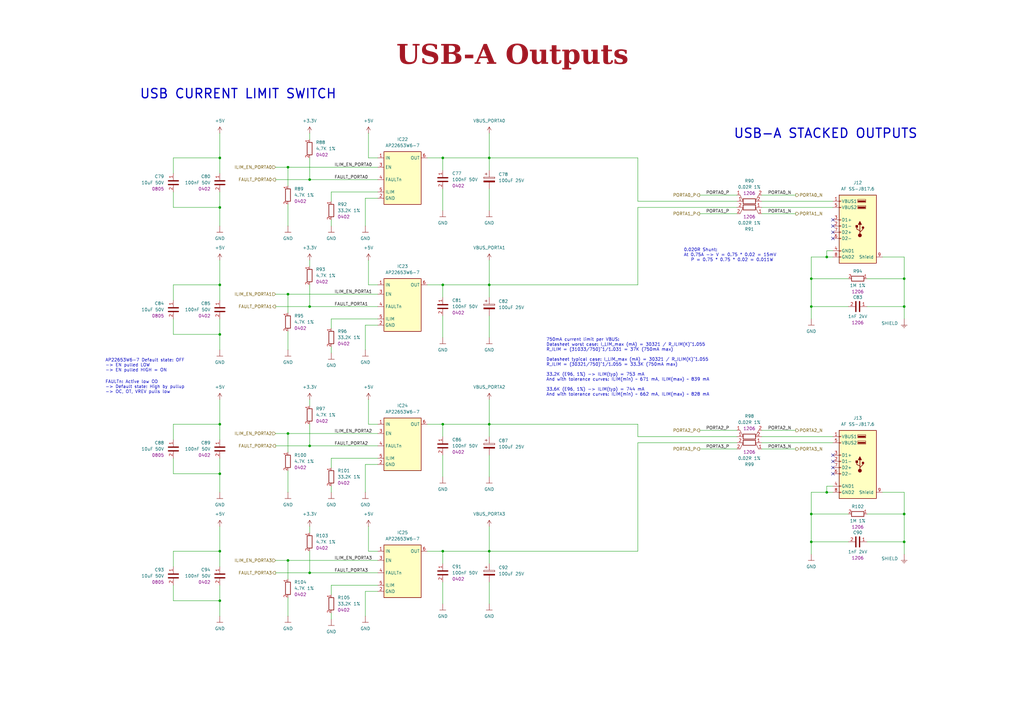
<source format=kicad_sch>
(kicad_sch (version 20250114) (generator "eeschema") (generator_version "9.0")
  (paper "A3")
  (title_block (title "USB-A Outputs") (date "2026-02-05") (rev "1.0.0") (company "DvidMakesThings"))
  (text "AP22653W6-7 Default state: OFF\n-> EN pulled LOW \n-> EN pulled HIGH = ON" (at 43.18 149.86 0) (effects (font (size 1.27 1.27)) (justify left)))
  (text "0.020R Shunt:\nAt 0.75A -> V = 0.75 * 0.02 = 15mV\n   P = 0.75 * 0.75 * 0.02 = 0.011W" (at 280.416 104.648 0) (effects (font (size 1.27 1.27)) (justify left)))
  (text "750mA current limit per VBUS:\nDatasheet worst case: I_LIM_max (mA) = 30321 / R_ILIM(K)^1.055\nR_ILIM = (31033/750)^1/1.031 = 37K (750mA max)\n\nDatasheet typical case: I_LIM_max (mA) = 30321 / R_ILIM(K)^1.055\nR_ILIM = (30321/750)^1/1.055 = 33.3K (750mA max)\n\n33.2K (E96, 1%) -> ILIM(typ) = 753 mA\nAnd with tolerance curves: ILIM(min) ~ 671 mA, ILIM(max) ~ 839 mA\n\n33.6K (E96, 1%) -> ILIM(typ) = 744 mA\nAnd with tolerance curves: ILIM(min) ~ 662 mA, ILIM(max) ~ 828 mA" (at 224.028 150.622 0) (effects (font (size 1.27 1.27)) (justify left)))
  (text "USB CURRENT LIMIT SWITCH" (at 57.15 38.608 0) (effects (font (size 3.81 3.81) (thickness 0.508) (bold yes)) (justify left)))
  (text "USB-A STACKED OUTPUTS" (at 300.736 54.864 0) (effects (font (size 3.81 3.81) (thickness 0.508) (bold yes)) (justify left)))
  (text "FAULTn: Active low OD\n-> Default state: High by pullup\n-> OC, OT, VREV pulls low" (at 43.18 158.75 0) (effects (font (size 1.27 1.27)) (justify left)))
  (text_box "USB-A Outputs" (at 12.7 16.51 0) (size 394.97 12.7) (margins 5.9999 5.9999 5.9999 5.9999) (stroke (width -0.0001)) (effects (font (size 8 8) (thickness 1.2) (bold yes))))
  (junction (at 200.66 173.99))
  (junction (at 332.74 114.3))
  (junction (at 200.66 116.84))
  (junction (at 90.17 246.38))
  (junction (at 181.61 226.06))
  (junction (at 332.74 210.82))
  (junction (at 118.11 68.58))
  (junction (at 118.11 177.8))
  (junction (at 370.84 114.3))
  (junction (at 90.17 173.99))
  (junction (at 90.17 64.77))
  (junction (at 370.84 222.25))
  (junction (at 332.74 125.73))
  (junction (at 200.66 226.06))
  (junction (at 118.11 120.65))
  (junction (at 181.61 64.77))
  (junction (at 127 182.88))
  (junction (at 90.17 137.16))
  (junction (at 200.66 64.77))
  (junction (at 181.61 116.84))
  (junction (at 370.84 210.82))
  (junction (at 90.17 226.06))
  (junction (at 370.84 125.73))
  (junction (at 118.11 229.87))
  (junction (at 90.17 194.31))
  (junction (at 127 73.66))
  (junction (at 90.17 85.09))
  (junction (at 339.09 201.93))
  (junction (at 181.61 173.99))
  (junction (at 339.09 105.41))
  (junction (at 90.17 116.84))
  (junction (at 127 234.95))
  (junction (at 332.74 222.25))
  (junction (at 127 125.73))
  (no_connect (at 341.63 194.31))
  (no_connect (at 341.63 90.17))
  (no_connect (at 341.63 97.79))
  (no_connect (at 341.63 92.71))
  (no_connect (at 341.63 186.69))
  (no_connect (at 341.63 191.77))
  (no_connect (at 341.63 189.23))
  (no_connect (at 341.63 95.25))
  (wire (pts (xy 71.12 240.03) (xy 71.12 246.38)))
  (wire (pts (xy 312.42 181.61) (xy 341.63 181.61)))
  (wire (pts (xy 90.17 116.84) (xy 90.17 123.19)))
  (wire (pts (xy 135.89 254) (xy 135.89 251.46)))
  (wire (pts (xy 332.74 105.41) (xy 332.74 114.3)))
  (wire (pts (xy 181.61 226.06) (xy 200.66 226.06)))
  (wire (pts (xy 287.02 176.53) (xy 302.26 176.53)))
  (wire (pts (xy 312.42 80.01) (xy 326.39 80.01)))
  (wire (pts (xy 118.11 83.82) (xy 118.11 92.71)))
  (wire (pts (xy 154.94 226.06) (xy 151.13 226.06)))
  (wire (pts (xy 370.84 210.82) (xy 370.84 222.25)))
  (wire (pts (xy 181.61 116.84) (xy 181.61 121.92)))
  (wire (pts (xy 341.63 105.41) (xy 339.09 105.41)))
  (wire (pts (xy 312.42 184.15) (xy 326.39 184.15)))
  (wire (pts (xy 135.89 240.03) (xy 135.89 243.84)))
  (wire (pts (xy 200.66 226.06) (xy 200.66 215.9)))
  (wire (pts (xy 370.84 125.73) (xy 370.84 130.81)))
  (wire (pts (xy 200.66 86.36) (xy 200.66 77.47)))
  (wire (pts (xy 127 163.83) (xy 127 166.37)))
  (wire (pts (xy 200.66 195.58) (xy 200.66 186.69)))
  (wire (pts (xy 135.89 187.96) (xy 135.89 191.77)))
  (wire (pts (xy 118.11 245.11) (xy 118.11 252.73)))
  (wire (pts (xy 175.26 173.99) (xy 181.61 173.99)))
  (wire (pts (xy 151.13 173.99) (xy 151.13 163.83)))
  (wire (pts (xy 71.12 85.09) (xy 90.17 85.09)))
  (wire (pts (xy 71.12 64.77) (xy 90.17 64.77)))
  (wire (pts (xy 90.17 143.51) (xy 90.17 137.16)))
  (wire (pts (xy 200.66 64.77) (xy 200.66 69.85)))
  (wire (pts (xy 154.94 130.81) (xy 135.89 130.81)))
  (wire (pts (xy 370.84 222.25) (xy 355.6 222.25)))
  (wire (pts (xy 149.86 190.5) (xy 149.86 201.93)))
  (wire (pts (xy 181.61 173.99) (xy 181.61 179.07)))
  (wire (pts (xy 200.66 247.65) (xy 200.66 238.76)))
  (wire (pts (xy 71.12 246.38) (xy 90.17 246.38)))
  (wire (pts (xy 154.94 187.96) (xy 135.89 187.96)))
  (wire (pts (xy 261.62 179.07) (xy 302.26 179.07)))
  (wire (pts (xy 200.66 173.99) (xy 200.66 179.07)))
  (wire (pts (xy 261.62 179.07) (xy 261.62 173.99)))
  (wire (pts (xy 261.62 116.84) (xy 200.66 116.84)))
  (wire (pts (xy 71.12 180.34) (xy 71.12 173.99)))
  (wire (pts (xy 332.74 222.25) (xy 332.74 227.33)))
  (wire (pts (xy 347.98 222.25) (xy 332.74 222.25)))
  (wire (pts (xy 71.12 71.12) (xy 71.12 64.77)))
  (wire (pts (xy 135.89 130.81) (xy 135.89 134.62)))
  (wire (pts (xy 151.13 64.77) (xy 151.13 54.61)))
  (wire (pts (xy 154.94 78.74) (xy 135.89 78.74)))
  (wire (pts (xy 361.95 105.41) (xy 370.84 105.41)))
  (wire (pts (xy 118.11 193.04) (xy 118.11 201.93)))
  (wire (pts (xy 261.62 82.55) (xy 302.26 82.55)))
  (wire (pts (xy 151.13 116.84) (xy 151.13 106.68)))
  (wire (pts (xy 118.11 229.87) (xy 154.94 229.87)))
  (wire (pts (xy 200.66 116.84) (xy 200.66 121.92)))
  (wire (pts (xy 71.12 194.31) (xy 90.17 194.31)))
  (wire (pts (xy 181.61 138.43) (xy 181.61 129.54)))
  (wire (pts (xy 261.62 173.99) (xy 200.66 173.99)))
  (wire (pts (xy 90.17 215.9) (xy 90.17 226.06)))
  (wire (pts (xy 154.94 133.35) (xy 149.86 133.35)))
  (wire (pts (xy 287.02 80.01) (xy 302.26 80.01)))
  (wire (pts (xy 113.03 182.88) (xy 127 182.88)))
  (wire (pts (xy 181.61 86.36) (xy 181.61 77.47)))
  (wire (pts (xy 200.66 116.84) (xy 200.66 106.68)))
  (wire (pts (xy 347.98 210.82) (xy 332.74 210.82)))
  (wire (pts (xy 127 54.61) (xy 127 57.15)))
  (wire (pts (xy 370.84 125.73) (xy 355.6 125.73)))
  (wire (pts (xy 90.17 201.93) (xy 90.17 194.31)))
  (wire (pts (xy 113.03 229.87) (xy 118.11 229.87)))
  (wire (pts (xy 287.02 87.63) (xy 302.26 87.63)))
  (wire (pts (xy 261.62 85.09) (xy 302.26 85.09)))
  (wire (pts (xy 181.61 64.77) (xy 181.61 69.85)))
  (wire (pts (xy 200.66 226.06) (xy 200.66 231.14)))
  (wire (pts (xy 71.12 130.81) (xy 71.12 137.16)))
  (wire (pts (xy 175.26 226.06) (xy 181.61 226.06)))
  (wire (pts (xy 71.12 226.06) (xy 90.17 226.06)))
  (wire (pts (xy 127 215.9) (xy 127 218.44)))
  (wire (pts (xy 287.02 184.15) (xy 302.26 184.15)))
  (wire (pts (xy 370.84 114.3) (xy 370.84 125.73)))
  (wire (pts (xy 118.11 177.8) (xy 154.94 177.8)))
  (wire (pts (xy 347.98 125.73) (xy 332.74 125.73)))
  (wire (pts (xy 90.17 226.06) (xy 90.17 232.41)))
  (wire (pts (xy 151.13 226.06) (xy 151.13 215.9)))
  (wire (pts (xy 370.84 105.41) (xy 370.84 114.3)))
  (wire (pts (xy 127 125.73) (xy 154.94 125.73)))
  (wire (pts (xy 181.61 226.06) (xy 181.61 231.14)))
  (wire (pts (xy 361.95 201.93) (xy 370.84 201.93)))
  (wire (pts (xy 90.17 173.99) (xy 90.17 180.34)))
  (wire (pts (xy 154.94 242.57) (xy 149.86 242.57)))
  (wire (pts (xy 181.61 64.77) (xy 200.66 64.77)))
  (wire (pts (xy 127 73.66) (xy 154.94 73.66)))
  (wire (pts (xy 113.03 234.95) (xy 127 234.95)))
  (wire (pts (xy 154.94 64.77) (xy 151.13 64.77)))
  (wire (pts (xy 339.09 201.93) (xy 332.74 201.93)))
  (wire (pts (xy 341.63 201.93) (xy 339.09 201.93)))
  (wire (pts (xy 154.94 173.99) (xy 151.13 173.99)))
  (wire (pts (xy 127 64.77) (xy 127 73.66)))
  (wire (pts (xy 339.09 105.41) (xy 332.74 105.41)))
  (wire (pts (xy 135.89 201.93) (xy 135.89 199.39)))
  (wire (pts (xy 339.09 199.39) (xy 339.09 201.93)))
  (wire (pts (xy 127 106.68) (xy 127 109.22)))
  (wire (pts (xy 71.12 187.96) (xy 71.12 194.31)))
  (wire (pts (xy 181.61 195.58) (xy 181.61 186.69)))
  (wire (pts (xy 118.11 135.89) (xy 118.11 143.51)))
  (wire (pts (xy 71.12 173.99) (xy 90.17 173.99)))
  (wire (pts (xy 118.11 229.87) (xy 118.11 237.49)))
  (wire (pts (xy 261.62 85.09) (xy 261.62 116.84)))
  (wire (pts (xy 71.12 137.16) (xy 90.17 137.16)))
  (wire (pts (xy 127 182.88) (xy 154.94 182.88)))
  (wire (pts (xy 261.62 82.55) (xy 261.62 64.77)))
  (wire (pts (xy 118.11 68.58) (xy 118.11 76.2)))
  (wire (pts (xy 113.03 73.66) (xy 127 73.66)))
  (wire (pts (xy 135.89 78.74) (xy 135.89 82.55)))
  (wire (pts (xy 332.74 210.82) (xy 332.74 222.25)))
  (wire (pts (xy 181.61 173.99) (xy 200.66 173.99)))
  (wire (pts (xy 90.17 163.83) (xy 90.17 173.99)))
  (wire (pts (xy 332.74 114.3) (xy 332.74 125.73)))
  (wire (pts (xy 370.84 201.93) (xy 370.84 210.82)))
  (wire (pts (xy 261.62 181.61) (xy 302.26 181.61)))
  (wire (pts (xy 332.74 125.73) (xy 332.74 130.81)))
  (wire (pts (xy 312.42 85.09) (xy 341.63 85.09)))
  (wire (pts (xy 127 234.95) (xy 154.94 234.95)))
  (wire (pts (xy 312.42 176.53) (xy 326.39 176.53)))
  (wire (pts (xy 154.94 240.03) (xy 135.89 240.03)))
  (wire (pts (xy 332.74 201.93) (xy 332.74 210.82)))
  (wire (pts (xy 90.17 92.71) (xy 90.17 85.09)))
  (wire (pts (xy 71.12 123.19) (xy 71.12 116.84)))
  (wire (pts (xy 200.66 138.43) (xy 200.66 129.54)))
  (wire (pts (xy 181.61 247.65) (xy 181.61 238.76)))
  (wire (pts (xy 90.17 246.38) (xy 90.17 240.03)))
  (wire (pts (xy 149.86 133.35) (xy 149.86 143.51)))
  (wire (pts (xy 149.86 81.28) (xy 149.86 92.71)))
  (wire (pts (xy 90.17 137.16) (xy 90.17 130.81)))
  (wire (pts (xy 261.62 64.77) (xy 200.66 64.77)))
  (wire (pts (xy 181.61 116.84) (xy 200.66 116.84)))
  (wire (pts (xy 71.12 232.41) (xy 71.12 226.06)))
  (wire (pts (xy 341.63 199.39) (xy 339.09 199.39)))
  (wire (pts (xy 370.84 114.3) (xy 355.6 114.3)))
  (wire (pts (xy 90.17 194.31) (xy 90.17 187.96)))
  (wire (pts (xy 154.94 190.5) (xy 149.86 190.5)))
  (wire (pts (xy 370.84 222.25) (xy 370.84 227.33)))
  (wire (pts (xy 312.42 82.55) (xy 341.63 82.55)))
  (wire (pts (xy 261.62 226.06) (xy 200.66 226.06)))
  (wire (pts (xy 127 173.99) (xy 127 182.88)))
  (wire (pts (xy 127 116.84) (xy 127 125.73)))
  (wire (pts (xy 90.17 64.77) (xy 90.17 71.12)))
  (wire (pts (xy 175.26 64.77) (xy 181.61 64.77)))
  (wire (pts (xy 135.89 92.71) (xy 135.89 90.17)))
  (wire (pts (xy 113.03 125.73) (xy 127 125.73)))
  (wire (pts (xy 90.17 54.61) (xy 90.17 64.77)))
  (wire (pts (xy 312.42 179.07) (xy 341.63 179.07)))
  (wire (pts (xy 118.11 120.65) (xy 154.94 120.65)))
  (wire (pts (xy 71.12 116.84) (xy 90.17 116.84)))
  (wire (pts (xy 118.11 120.65) (xy 118.11 128.27)))
  (wire (pts (xy 113.03 68.58) (xy 118.11 68.58)))
  (wire (pts (xy 154.94 116.84) (xy 151.13 116.84)))
  (wire (pts (xy 154.94 81.28) (xy 149.86 81.28)))
  (wire (pts (xy 90.17 252.73) (xy 90.17 246.38)))
  (wire (pts (xy 175.26 116.84) (xy 181.61 116.84)))
  (wire (pts (xy 149.86 242.57) (xy 149.86 252.73)))
  (wire (pts (xy 370.84 210.82) (xy 355.6 210.82)))
  (wire (pts (xy 90.17 85.09) (xy 90.17 78.74)))
  (wire (pts (xy 71.12 78.74) (xy 71.12 85.09)))
  (wire (pts (xy 339.09 102.87) (xy 339.09 105.41)))
  (wire (pts (xy 200.66 64.77) (xy 200.66 54.61)))
  (wire (pts (xy 118.11 177.8) (xy 118.11 185.42)))
  (wire (pts (xy 113.03 177.8) (xy 118.11 177.8)))
  (wire (pts (xy 113.03 120.65) (xy 118.11 120.65)))
  (wire (pts (xy 341.63 102.87) (xy 339.09 102.87)))
  (wire (pts (xy 90.17 106.68) (xy 90.17 116.84)))
  (wire (pts (xy 135.89 144.78) (xy 135.89 142.24)))
  (wire (pts (xy 118.11 68.58) (xy 154.94 68.58)))
  (wire (pts (xy 261.62 181.61) (xy 261.62 226.06)))
  (wire (pts (xy 347.98 114.3) (xy 332.74 114.3)))
  (wire (pts (xy 200.66 173.99) (xy 200.66 163.83)))
  (wire (pts (xy 312.42 87.63) (xy 326.39 87.63)))
  (wire (pts (xy 127 226.06) (xy 127 234.95)))
  (label "ILIM_EN_PORTA1" (at 137.16 120.65 0))
  (label "PORTA3_N" (at 314.96 184.15 0))
  (label "PORTA1_P" (at 289.56 87.63 0))
  (label "FAULT_PORTA2" (at 137.16 182.88 0))
  (label "PORTA2_P" (at 289.56 176.53 0))
  (label "PORTA1_N" (at 314.96 87.63 0))
  (label "PORTA0_P" (at 289.56 80.01 0))
  (label "FAULT_PORTA1" (at 137.16 125.73 0))
  (label "FAULT_PORTA0" (at 137.16 73.66 0))
  (label "FAULT_PORTA3" (at 137.16 234.95 0))
  (label "PORTA0_N" (at 314.96 80.01 0))
  (label "PORTA3_P" (at 289.56 184.15 0))
  (label "PORTA2_N" (at 314.96 176.53 0))
  (label "ILIM_EN_PORTA2" (at 137.16 177.8 0))
  (label "ILIM_EN_PORTA0" (at 137.16 68.58 0))
  (label "ILIM_EN_PORTA3" (at 137.16 229.87 0))
  (hierarchical_label "PORTA3_N" (shape output) (at 326.39 184.15 0))
  (hierarchical_label "FAULT_PORTA0" (shape output) (at 113.03 73.66 180))
  (hierarchical_label "ILIM_EN_PORTA0" (shape input) (at 113.03 68.58 180))
  (hierarchical_label "FAULT_PORTA3" (shape output) (at 113.03 234.95 180))
  (hierarchical_label "ILIM_EN_PORTA1" (shape input) (at 113.03 120.65 180))
  (hierarchical_label "FAULT_PORTA2" (shape output) (at 113.03 182.88 180))
  (hierarchical_label "PORTA1_N" (shape output) (at 326.39 87.63 0))
  (hierarchical_label "PORTA2_P" (shape output) (at 287.02 176.53 180))
  (hierarchical_label "ILIM_EN_PORTA2" (shape input) (at 113.03 177.8 180))
  (hierarchical_label "PORTA2_N" (shape output) (at 326.39 176.53 0))
  (hierarchical_label "FAULT_PORTA1" (shape output) (at 113.03 125.73 180))
  (hierarchical_label "ILIM_EN_PORTA3" (shape input) (at 113.03 229.87 180))
  (hierarchical_label "PORTA1_P" (shape output) (at 287.02 87.63 180))
  (hierarchical_label "PORTA0_N" (shape output) (at 326.39 80.01 0))
  (hierarchical_label "PORTA0_P" (shape output) (at 287.02 80.01 180))
  (hierarchical_label "PORTA3_P" (shape output) (at 287.02 184.15 180))
  (symbol (lib_id "power:+5V") (at 151.13 163.83 0) (unit 1)
    (property "Reference" "#PWR0249" (effects (hide yes)))
    (property "Value" "+5V" (at 151.13 158.75 0))
    (property "Description" "Power symbol creates a global label with name \"+5V\"" (effects (hide yes)))
  )
  (symbol (lib_id "DS_Resistor_0402:4.7K 1% 0402") (at 118.11 189.23 0) (unit 1)
    (property "Reference" "R100" (at 120.65 186.6899 0) (effects (justify left)))
    (property "Value" "4.7K 1%" (at 120.65 189.2299 0) (effects (justify left)))
    (property "Footprint" "Resistor_SMD:R_0402_1005Metric" (effects (hide yes)))
    (property "Description" "62.5mW Thick Film Resistors 50V ±100ppm/℃ ±1% 4.7kΩ 0402 Chip Resistor - Surface Mount ROHS" (effects (hide yes)))
    (property "LCSC_PART" "C25900" (effects (hide yes)))
    (property "ROHS" "YES" (effects (hide yes)))
    (property "FOOTPRINT_SHORT" "0402" (at 120.65 191.7699 0) (effects (justify left)))
  )
  (symbol (lib_name "0.02R 1% 1206_3") (lib_id "DS_Resistor_1206:0.02R 1% 1206") (at 307.34 181.61 270) (mirror x) (unit 1)
    (property "Reference" "R99" (at 307.34 190.5 90))
    (property "Value" "0.02R 1%" (at 307.34 187.96 90))
    (property "Footprint" "Resistor_SMD:R_1206_3216Metric" (effects (hide yes)))
    (property "Datasheet" "https://jlcpcb.com/api/file/downloadByFileSystemAccessId/8589941403372855296" (effects (hide yes)))
    (property "Description" "20mΩ 250mW ±1% ±75ppm/°C 1206 Chip Resistor - Surface Mount ROHS" (effects (hide yes)))
    (property "LCSC_PART" "C844895" (effects (hide yes)))
    (property "ROHS" "YES" (effects (hide yes)))
    (property "FOOTPRINT_SHORT" "1206" (at 307.34 185.42 90))
    (property "MFR" "Vishay " (effects (hide yes)))
    (property "MPN" "WSL1206R0200FEA" (effects (hide yes)))
  )
  (symbol (lib_id "DS_Resistor_0402:4.7K 1% 0402") (at 127 170.18 0) (unit 1)
    (property "Reference" "R97" (at 129.54 167.6399 0) (effects (justify left)))
    (property "Value" "4.7K 1%" (at 129.54 170.1799 0) (effects (justify left)))
    (property "Footprint" "Resistor_SMD:R_0402_1005Metric" (effects (hide yes)))
    (property "Description" "62.5mW Thick Film Resistors 50V ±100ppm/℃ ±1% 4.7kΩ 0402 Chip Resistor - Surface Mount ROHS" (effects (hide yes)))
    (property "LCSC_PART" "C25900" (effects (hide yes)))
    (property "ROHS" "YES" (effects (hide yes)))
    (property "FOOTPRINT_SHORT" "0402" (at 129.54 172.7199 0) (effects (justify left)))
  )
  (symbol (lib_id "DS_Resistor_0402:4.7K 1% 0402") (at 118.11 132.08 0) (unit 1)
    (property "Reference" "R95" (at 120.65 129.5399 0) (effects (justify left)))
    (property "Value" "4.7K 1%" (at 120.65 132.0799 0) (effects (justify left)))
    (property "Footprint" "Resistor_SMD:R_0402_1005Metric" (effects (hide yes)))
    (property "Description" "62.5mW Thick Film Resistors 50V ±100ppm/℃ ±1% 4.7kΩ 0402 Chip Resistor - Surface Mount ROHS" (effects (hide yes)))
    (property "LCSC_PART" "C25900" (effects (hide yes)))
    (property "ROHS" "YES" (effects (hide yes)))
    (property "FOOTPRINT_SHORT" "0402" (at 120.65 134.6199 0) (effects (justify left)))
  )
  (symbol (lib_name "0.02R 1% 1206_2") (lib_id "DS_Resistor_1206:0.02R 1% 1206") (at 307.34 179.07 90) (mirror x) (unit 1)
    (property "Reference" "R98" (at 307.34 170.688 90))
    (property "Value" "0.02R 1%" (at 307.34 173.228 90))
    (property "Footprint" "Resistor_SMD:R_1206_3216Metric" (effects (hide yes)))
    (property "Datasheet" "https://jlcpcb.com/api/file/downloadByFileSystemAccessId/8589941403372855296" (effects (hide yes)))
    (property "Description" "20mΩ 250mW ±1% ±75ppm/°C 1206 Chip Resistor - Surface Mount ROHS" (effects (hide yes)))
    (property "LCSC_PART" "C844895" (effects (hide yes)))
    (property "ROHS" "YES" (effects (hide yes)))
    (property "FOOTPRINT_SHORT" "1206" (at 307.34 175.768 90))
    (property "MFR" "Vishay " (effects (hide yes)))
    (property "MPN" "WSL1206R0200FEA" (effects (hide yes)))
  )
  (symbol (lib_id "DS_Capacitor_0402:100nF 50V 0402") (at 181.61 182.88 0) (unit 1)
    (property "Reference" "C86" (at 185.42 180.3399 0) (effects (justify left)))
    (property "Value" "100nF 50V" (at 185.42 182.8799 0) (effects (justify left)))
    (property "Footprint" "Capacitor_SMD:C_0402_1005Metric" (effects (hide yes)))
    (property "Description" "50V 100nF X7R ±10% 0402 Multilayer Ceramic Capacitors MLCC - SMD/SMT ROHS" (effects (hide yes)))
    (property "FOOTPRINT_SHORT" "0402" (at 185.42 185.4199 0) (effects (justify left)))
    (property "ROHS" "YES" (effects (hide yes)))
    (property "LCSC_PART" "C307331" (effects (hide yes)))
  )
  (symbol (lib_id "DS_Supply:GND") (at 200.66 195.58 0) (unit 1)
    (property "Reference" "#PWR0252" (effects (hide yes)))
    (property "Value" "GND" (at 200.66 200.66 0))
    (property "Description" "Power symbol creates a global label with name \"GND\" , ground" (effects (hide yes)))
  )
  (symbol (lib_id "power:+5V") (at 90.17 54.61 0) (unit 1)
    (property "Reference" "#PWR0226" (effects (hide yes)))
    (property "Value" "+5V" (at 90.17 49.53 0))
    (property "Description" "Power symbol creates a global label with name \"+5V\"" (effects (hide yes)))
  )
  (symbol (lib_id "power:VBUS") (at 200.66 215.9 0) (unit 1)
    (property "Reference" "#PWR0260" (effects (hide yes)))
    (property "Value" "VBUS_PORTA3" (at 200.66 210.82 0))
    (property "Description" "Power symbol creates a global label with name \"VBUS\"" (effects (hide yes)))
  )
  (symbol (lib_id "DS_Supply:GND") (at 135.89 92.71 0) (unit 1)
    (property "Reference" "#PWR0234" (effects (hide yes)))
    (property "Value" "GND" (at 135.89 97.79 0))
    (property "Description" "Power symbol creates a global label with name \"GND\" , ground" (effects (hide yes)))
  )
  (symbol (lib_id "power:VBUS") (at 200.66 163.83 0) (unit 1)
    (property "Reference" "#PWR0250" (effects (hide yes)))
    (property "Value" "VBUS_PORTA2" (at 200.66 158.75 0))
    (property "Description" "Power symbol creates a global label with name \"VBUS\"" (effects (hide yes)))
  )
  (symbol (lib_id "DS_Supply:GND") (at 90.17 92.71 0) (unit 1)
    (property "Reference" "#PWR0232" (effects (hide yes)))
    (property "Value" "GND" (at 90.17 97.79 0))
    (property "Description" "Power symbol creates a global label with name \"GND\" , ground" (effects (hide yes)))
  )
  (symbol (lib_id "DS_Peripherals:AP22653W6") (at 165.1 72.39 0) (unit 1)
    (property "Reference" "IC22" (at 165.1 57.15 0))
    (property "Value" "AP22653W6-7" (at 165.1 59.69 0))
    (property "Footprint" "DS_Peripherals:SOT-23-6" (effects (hide yes)))
    (property "Datasheet" "https://www.diodes.com/assets/Datasheets/AP22652_53_52A_53A.pdf" (effects (hide yes)))
    (property "Description" "Active High High Side Switch Short-Circuit Protection(SCP)、Over Voltage Protection、Undervoltage Protection(UVP)、Overcurrent Protection(OCP)、Overtemperature protection (OTP) SOT-26 Power Distribution Switches ROHS" (effects (hide yes)))
    (property "MPN" "AP22653W6-7" (effects (hide yes)))
    (property "MFR" "Diodes Incorporated" (effects (hide yes)))
    (property "ROHS" "YES" (effects (hide yes)))
    (property "LCSC_PART" "C2158037" (effects (hide yes)))
    (property "DIST1" "https://www.digikey.at/en/products/detail/diodes-incorporated/AP22653W6-7/10481162?s=N4IgTCBcDaIIIAUxgGwFYDMB1FBaA7CALoC%2BQA" (effects (hide yes)))
  )
  (symbol (lib_id "DS_Capacitor_0402:100nF 50V 0402") (at 90.17 127 0) (mirror y) (unit 1)
    (property "Reference" "C85" (at 86.36 124.4599 0) (effects (justify left)))
    (property "Value" "100nF 50V" (at 86.36 126.9999 0) (effects (justify left)))
    (property "Footprint" "Capacitor_SMD:C_0402_1005Metric" (effects (hide yes)))
    (property "Description" "50V 100nF X7R ±10% 0402 Multilayer Ceramic Capacitors MLCC - SMD/SMT ROHS" (effects (hide yes)))
    (property "FOOTPRINT_SHORT" "0402" (at 86.36 129.5399 0) (effects (justify left)))
    (property "ROHS" "YES" (effects (hide yes)))
    (property "LCSC_PART" "C307331" (effects (hide yes)))
  )
  (symbol (lib_id "DS_Supply:GND") (at 149.86 201.93 0) (unit 1)
    (property "Reference" "#PWR0256" (effects (hide yes)))
    (property "Value" "GND" (at 149.86 207.01 0))
    (property "Description" "Power symbol creates a global label with name \"GND\" , ground" (effects (hide yes)))
  )
  (symbol (lib_id "DS_Supply:SHIELD") (at 370.84 228.6 0) (mirror y) (unit 1) (in_bom no) (on_board no)
    (property "Reference" "#SHIELD04" (effects (hide yes)))
    (property "Value" "SHIELD" (at 368.3 229.1079 0) (effects (justify left)))
    (property "Description" "Power symbol creates a global label with name \"SHIELD\"" (effects (hide yes)))
  )
  (symbol (lib_id "power:+5V") (at 151.13 106.68 0) (unit 1)
    (property "Reference" "#PWR0238" (effects (hide yes)))
    (property "Value" "+5V" (at 151.13 101.6 0))
    (property "Description" "Power symbol creates a global label with name \"+5V\"" (effects (hide yes)))
  )
  (symbol (lib_id "DS_Supply:GND") (at 118.11 252.73 0) (unit 1)
    (property "Reference" "#PWR0265" (effects (hide yes)))
    (property "Value" "GND" (at 118.11 257.81 0))
    (property "Description" "Power symbol creates a global label with name \"GND\" , ground" (effects (hide yes)))
  )
  (symbol (lib_id "DS_Peripherals:AP22653W6") (at 165.1 181.61 0) (unit 1)
    (property "Reference" "IC24" (at 165.1 166.37 0))
    (property "Value" "AP22653W6-7" (at 165.1 168.91 0))
    (property "Footprint" "DS_Peripherals:SOT-23-6" (effects (hide yes)))
    (property "Datasheet" "https://www.diodes.com/assets/Datasheets/AP22652_53_52A_53A.pdf" (effects (hide yes)))
    (property "Description" "Active High High Side Switch Short-Circuit Protection(SCP)、Over Voltage Protection、Undervoltage Protection(UVP)、Overcurrent Protection(OCP)、Overtemperature protection (OTP) SOT-26 Power Distribution Switches ROHS" (effects (hide yes)))
    (property "MPN" "AP22653W6-7" (effects (hide yes)))
    (property "MFR" "Diodes Incorporated" (effects (hide yes)))
    (property "ROHS" "YES" (effects (hide yes)))
    (property "LCSC_PART" "C2158037" (effects (hide yes)))
    (property "DIST1" "https://www.digikey.at/en/products/detail/diodes-incorporated/AP22653W6-7/10481162?s=N4IgTCBcDaIIIAUxgGwFYDMB1FBaA7CALoC%2BQA" (effects (hide yes)))
  )
  (symbol (lib_id "DS_Supply:GND") (at 181.61 138.43 0) (unit 1)
    (property "Reference" "#PWR0241" (effects (hide yes)))
    (property "Value" "GND" (at 181.61 143.51 0))
    (property "Description" "Power symbol creates a global label with name \"GND\" , ground" (effects (hide yes)))
  )
  (symbol (lib_id "power:+3.3V") (at 127 106.68 0) (unit 1)
    (property "Reference" "#PWR0237" (effects (hide yes)))
    (property "Value" "+3.3V" (at 127 101.6 0))
    (property "Description" "Power symbol creates a global label with name \"+3.3V\"" (effects (hide yes)))
  )
  (symbol (lib_id "DS_Supply:GND") (at 118.11 201.93 0) (unit 1)
    (property "Reference" "#PWR0254" (effects (hide yes)))
    (property "Value" "GND" (at 118.11 207.01 0))
    (property "Description" "Power symbol creates a global label with name \"GND\" , ground" (effects (hide yes)))
  )
  (symbol (lib_id "DS_Supply:GND") (at 200.66 86.36 0) (unit 1)
    (property "Reference" "#PWR0231" (effects (hide yes)))
    (property "Value" "GND" (at 200.66 91.44 0))
    (property "Description" "Power symbol creates a global label with name \"GND\" , ground" (effects (hide yes)))
  )
  (symbol (lib_id "DS_Capacitor_0402:100nF 50V 0402") (at 181.61 125.73 0) (unit 1)
    (property "Reference" "C81" (at 185.42 123.1899 0) (effects (justify left)))
    (property "Value" "100nF 50V" (at 185.42 125.7299 0) (effects (justify left)))
    (property "Footprint" "Capacitor_SMD:C_0402_1005Metric" (effects (hide yes)))
    (property "Description" "50V 100nF X7R ±10% 0402 Multilayer Ceramic Capacitors MLCC - SMD/SMT ROHS" (effects (hide yes)))
    (property "FOOTPRINT_SHORT" "0402" (at 185.42 128.2699 0) (effects (justify left)))
    (property "ROHS" "YES" (effects (hide yes)))
    (property "LCSC_PART" "C307331" (effects (hide yes)))
  )
  (symbol (lib_id "DS_Resistor_0402:33.2K 1% 0402") (at 135.89 195.58 0) (unit 1)
    (property "Reference" "R101" (at 138.43 193.0399 0) (effects (justify left)))
    (property "Value" "33.2K 1%" (at 138.43 195.5799 0) (effects (justify left)))
    (property "Footprint" "Resistor_SMD:R_0402_1005Metric" (effects (hide yes)))
    (property "Datasheet" "https://jlcpcb.com/api/file/downloadByFileSystemAccessId/8588946345579458560" (effects (hide yes)))
    (property "Description" "33.2kΩ 50V 62.5mW Thick Film Resistor ±1% ±100ppm/°C 0402 Chip Resistor - Surface Mount ROHS" (effects (hide yes)))
    (property "LCSC_PART" "C324836" (effects (hide yes)))
    (property "ROHS" "YES" (effects (hide yes)))
    (property "FOOTPRINT_SHORT" "0402" (at 138.43 198.1199 0) (effects (justify left)))
    (property "MFR" "FH " (effects (hide yes)))
    (property "MPN" "RC-02K3322FT" (effects (hide yes)))
  )
  (symbol (lib_id "DS_Capacitor_0805:10uF 50V 0805") (at 71.12 74.93 0) (unit 1)
    (property "Reference" "C79" (at 67.31 72.3899 0) (effects (justify right)))
    (property "Value" "10uF 50V" (at 67.31 74.9299 0) (effects (justify right)))
    (property "Footprint" "Capacitor_SMD:C_0805_2012Metric" (effects (hide yes)))
    (property "Description" "50V 10uF X5R ±10% 0805 Multilayer Ceramic Capacitors MLCC - SMD/SMT ROHS" (effects (hide yes)))
    (property "FOOTPRINT_SHORT" "0805" (at 67.31 77.4699 0) (effects (justify right)))
    (property "ROHS" "YES" (effects (hide yes)))
    (property "LCSC_PART" "C440198" (effects (hide yes)))
  )
  (symbol (lib_id "DS_Peripherals:AP22653W6") (at 165.1 233.68 0) (unit 1)
    (property "Reference" "IC25" (at 165.1 218.44 0))
    (property "Value" "AP22653W6-7" (at 165.1 220.98 0))
    (property "Footprint" "DS_Peripherals:SOT-23-6" (effects (hide yes)))
    (property "Datasheet" "https://www.diodes.com/assets/Datasheets/AP22652_53_52A_53A.pdf" (effects (hide yes)))
    (property "Description" "Active High High Side Switch Short-Circuit Protection(SCP)、Over Voltage Protection、Undervoltage Protection(UVP)、Overcurrent Protection(OCP)、Overtemperature protection (OTP) SOT-26 Power Distribution Switches ROHS" (effects (hide yes)))
    (property "MPN" "AP22653W6-7" (effects (hide yes)))
    (property "MFR" "Diodes Incorporated" (effects (hide yes)))
    (property "ROHS" "YES" (effects (hide yes)))
    (property "LCSC_PART" "C2158037" (effects (hide yes)))
    (property "DIST1" "https://www.digikey.at/en/products/detail/diodes-incorporated/AP22653W6-7/10481162?s=N4IgTCBcDaIIIAUxgGwFYDMB1FBaA7CALoC%2BQA" (effects (hide yes)))
  )
  (symbol (lib_id "DS_Capacitor_ELKO:100uF 25V") (at 200.66 125.73 0) (unit 1)
    (property "Reference" "C82" (at 204.47 123.5709 0) (effects (justify left)))
    (property "Value" "100uF 25V" (at 204.47 126.1109 0) (effects (justify left)))
    (property "Footprint" "DS_Capacitor:C_Elec_6.3x7.7" (effects (hide yes)))
    (property "Datasheet" "https://jlcpcb.com/api/file/downloadByFileSystemAccessId/8588895761480495104" (effects (hide yes)))
    (property "Description" "100uF 2000hrs@105°C 25V 6.3mm 7.7mm 93mA@120Hz ±20% SMD,D6.3xL7.7mm Aluminum Electrolytic Capacitors - SMD ROHS" (effects (hide yes)))
    (property "MPN" "RVT1E101M0607" (effects (hide yes)))
    (property "MFR" "ROQANG" (effects (hide yes)))
    (property "ROHS" "YES" (effects (hide yes)))
    (property "LCSC_PART" "C72477" (effects (hide yes)))
    (property "LCSC_PRICE" "EUR 0.0320" (effects (hide yes)))
  )
  (symbol (lib_name "0.02R 1% 1206_1") (lib_id "DS_Resistor_1206:0.02R 1% 1206") (at 307.34 85.09 270) (mirror x) (unit 1)
    (property "Reference" "R91" (at 307.34 93.98 90))
    (property "Value" "0.02R 1%" (at 307.34 91.44 90))
    (property "Footprint" "Resistor_SMD:R_1206_3216Metric" (effects (hide yes)))
    (property "Datasheet" "https://jlcpcb.com/api/file/downloadByFileSystemAccessId/8589941403372855296" (effects (hide yes)))
    (property "Description" "20mΩ 250mW ±1% ±75ppm/°C 1206 Chip Resistor - Surface Mount ROHS" (effects (hide yes)))
    (property "LCSC_PART" "C844895" (effects (hide yes)))
    (property "ROHS" "YES" (effects (hide yes)))
    (property "FOOTPRINT_SHORT" "1206" (at 307.34 88.9 90))
    (property "MFR" "Vishay " (effects (hide yes)))
    (property "MPN" "WSL1206R0200FEA" (effects (hide yes)))
  )
  (symbol (lib_id "power:+3.3V") (at 127 163.83 0) (unit 1)
    (property "Reference" "#PWR0248" (effects (hide yes)))
    (property "Value" "+3.3V" (at 127 158.75 0))
    (property "Description" "Power symbol creates a global label with name \"+3.3V\"" (effects (hide yes)))
  )
  (symbol (lib_id "DS_Capacitor_0402:100nF 50V 0402") (at 90.17 236.22 0) (mirror y) (unit 1)
    (property "Reference" "C94" (at 86.36 233.6799 0) (effects (justify left)))
    (property "Value" "100nF 50V" (at 86.36 236.2199 0) (effects (justify left)))
    (property "Footprint" "Capacitor_SMD:C_0402_1005Metric" (effects (hide yes)))
    (property "Description" "50V 100nF X7R ±10% 0402 Multilayer Ceramic Capacitors MLCC - SMD/SMT ROHS" (effects (hide yes)))
    (property "FOOTPRINT_SHORT" "0402" (at 86.36 238.7599 0) (effects (justify left)))
    (property "ROHS" "YES" (effects (hide yes)))
    (property "LCSC_PART" "C307331" (effects (hide yes)))
  )
  (symbol (lib_id "DS_Resistor_0402:33.2K 1% 0402") (at 135.89 138.43 0) (unit 1)
    (property "Reference" "R96" (at 138.43 135.8899 0) (effects (justify left)))
    (property "Value" "33.2K 1%" (at 138.43 138.4299 0) (effects (justify left)))
    (property "Footprint" "Resistor_SMD:R_0402_1005Metric" (effects (hide yes)))
    (property "Datasheet" "https://jlcpcb.com/api/file/downloadByFileSystemAccessId/8588946345579458560" (effects (hide yes)))
    (property "Description" "33.2kΩ 50V 62.5mW Thick Film Resistor ±1% ±100ppm/°C 0402 Chip Resistor - Surface Mount ROHS" (effects (hide yes)))
    (property "LCSC_PART" "C324836" (effects (hide yes)))
    (property "ROHS" "YES" (effects (hide yes)))
    (property "FOOTPRINT_SHORT" "0402" (at 138.43 140.9699 0) (effects (justify left)))
    (property "MFR" "FH " (effects (hide yes)))
    (property "MPN" "RC-02K3322FT" (effects (hide yes)))
  )
  (symbol (lib_id "DS_Capacitor_0402:100nF 50V 0402") (at 181.61 234.95 0) (unit 1)
    (property "Reference" "C91" (at 185.42 232.4099 0) (effects (justify left)))
    (property "Value" "100nF 50V" (at 185.42 234.9499 0) (effects (justify left)))
    (property "Footprint" "Capacitor_SMD:C_0402_1005Metric" (effects (hide yes)))
    (property "Description" "50V 100nF X7R ±10% 0402 Multilayer Ceramic Capacitors MLCC - SMD/SMT ROHS" (effects (hide yes)))
    (property "FOOTPRINT_SHORT" "0402" (at 185.42 237.4899 0) (effects (justify left)))
    (property "ROHS" "YES" (effects (hide yes)))
    (property "LCSC_PART" "C307331" (effects (hide yes)))
  )
  (symbol (lib_id "DS_Supply:GND") (at 181.61 247.65 0) (unit 1)
    (property "Reference" "#PWR0262" (effects (hide yes)))
    (property "Value" "GND" (at 181.61 252.73 0))
    (property "Description" "Power symbol creates a global label with name \"GND\" , ground" (effects (hide yes)))
  )
  (symbol (lib_id "DS_Supply:GND") (at 135.89 144.78 0) (unit 1)
    (property "Reference" "#PWR0246" (effects (hide yes)))
    (property "Value" "GND" (at 135.89 149.86 0))
    (property "Description" "Power symbol creates a global label with name \"GND\" , ground" (effects (hide yes)))
  )
  (symbol (lib_id "DS_Connector:USB_A Stacled") (at 351.79 93.98 0) (mirror y) (unit 1)
    (property "Reference" "J12" (at 351.79 74.93 0))
    (property "Value" "AF SS-JB17.6" (at 351.79 77.47 0))
    (property "Footprint" "DS_Connector:USB_A_Horizontal_Stacked" (effects (hide yes)))
    (property "Datasheet" "https://jlcpcb.com/api/file/downloadByFileSystemAccessId/8588937323954245632" (effects (hide yes)))
    (property "Description" "1.5A 17.6mm 2 30V 4Px2 5,000 times Female Right Angle Type-A USB 2.0 White USB Connectors ROHS" (effects (hide yes)))
    (property "ROHS" "YES" (effects (hide yes)))
    (property "LCSC_PART" "C456021" (effects (hide yes)))
    (property "MPN" "AF SS-JB17.6" (effects (hide yes)))
    (property "MFR" "SHOU HAN" (effects (hide yes)))
  )
  (symbol (lib_id "DS_Peripherals:AP22653W6") (at 165.1 124.46 0) (unit 1)
    (property "Reference" "IC23" (at 165.1 109.22 0))
    (property "Value" "AP22653W6-7" (at 165.1 111.76 0))
    (property "Footprint" "DS_Peripherals:SOT-23-6" (effects (hide yes)))
    (property "Datasheet" "https://www.diodes.com/assets/Datasheets/AP22652_53_52A_53A.pdf" (effects (hide yes)))
    (property "Description" "Active High High Side Switch Short-Circuit Protection(SCP)、Over Voltage Protection、Undervoltage Protection(UVP)、Overcurrent Protection(OCP)、Overtemperature protection (OTP) SOT-26 Power Distribution Switches ROHS" (effects (hide yes)))
    (property "MPN" "AP22653W6-7" (effects (hide yes)))
    (property "MFR" "Diodes Incorporated" (effects (hide yes)))
    (property "ROHS" "YES" (effects (hide yes)))
    (property "LCSC_PART" "C2158037" (effects (hide yes)))
    (property "DIST1" "https://www.digikey.at/en/products/detail/diodes-incorporated/AP22653W6-7/10481162?s=N4IgTCBcDaIIIAUxgGwFYDMB1FBaA7CALoC%2BQA" (effects (hide yes)))
  )
  (symbol (lib_id "DS_Resistor_0402:33.2K 1% 0402") (at 135.89 86.36 0) (unit 1)
    (property "Reference" "R92" (at 138.43 83.8199 0) (effects (justify left)))
    (property "Value" "33.2K 1%" (at 138.43 86.3599 0) (effects (justify left)))
    (property "Footprint" "Resistor_SMD:R_0402_1005Metric" (effects (hide yes)))
    (property "Datasheet" "https://jlcpcb.com/api/file/downloadByFileSystemAccessId/8588946345579458560" (effects (hide yes)))
    (property "Description" "33.2kΩ 50V 62.5mW Thick Film Resistor ±1% ±100ppm/°C 0402 Chip Resistor - Surface Mount ROHS" (effects (hide yes)))
    (property "LCSC_PART" "C324836" (effects (hide yes)))
    (property "ROHS" "YES" (effects (hide yes)))
    (property "FOOTPRINT_SHORT" "0402" (at 138.43 88.8999 0) (effects (justify left)))
    (property "MFR" "FH " (effects (hide yes)))
    (property "MPN" "RC-02K3322FT" (effects (hide yes)))
  )
  (symbol (lib_id "DS_Resistor_0402:4.7K 1% 0402") (at 127 113.03 0) (unit 1)
    (property "Reference" "R93" (at 129.54 110.4899 0) (effects (justify left)))
    (property "Value" "4.7K 1%" (at 129.54 113.0299 0) (effects (justify left)))
    (property "Footprint" "Resistor_SMD:R_0402_1005Metric" (effects (hide yes)))
    (property "Description" "62.5mW Thick Film Resistors 50V ±100ppm/℃ ±1% 4.7kΩ 0402 Chip Resistor - Surface Mount ROHS" (effects (hide yes)))
    (property "LCSC_PART" "C25900" (effects (hide yes)))
    (property "ROHS" "YES" (effects (hide yes)))
    (property "FOOTPRINT_SHORT" "0402" (at 129.54 115.5699 0) (effects (justify left)))
  )
  (symbol (lib_id "DS_Capacitor_0402:100nF 50V 0402") (at 90.17 184.15 0) (mirror y) (unit 1)
    (property "Reference" "C89" (at 86.36 181.6099 0) (effects (justify left)))
    (property "Value" "100nF 50V" (at 86.36 184.1499 0) (effects (justify left)))
    (property "Footprint" "Capacitor_SMD:C_0402_1005Metric" (effects (hide yes)))
    (property "Description" "50V 100nF X7R ±10% 0402 Multilayer Ceramic Capacitors MLCC - SMD/SMT ROHS" (effects (hide yes)))
    (property "FOOTPRINT_SHORT" "0402" (at 86.36 186.6899 0) (effects (justify left)))
    (property "ROHS" "YES" (effects (hide yes)))
    (property "LCSC_PART" "C307331" (effects (hide yes)))
  )
  (symbol (lib_id "DS_Capacitor_0402:100nF 50V 0402") (at 181.61 73.66 0) (unit 1)
    (property "Reference" "C77" (at 185.42 71.1199 0) (effects (justify left)))
    (property "Value" "100nF 50V" (at 185.42 73.6599 0) (effects (justify left)))
    (property "Footprint" "Capacitor_SMD:C_0402_1005Metric" (effects (hide yes)))
    (property "Description" "50V 100nF X7R ±10% 0402 Multilayer Ceramic Capacitors MLCC - SMD/SMT ROHS" (effects (hide yes)))
    (property "FOOTPRINT_SHORT" "0402" (at 185.42 76.1999 0) (effects (justify left)))
    (property "ROHS" "YES" (effects (hide yes)))
    (property "LCSC_PART" "C307331" (effects (hide yes)))
  )
  (symbol (lib_id "DS_Resistor_0402:4.7K 1% 0402") (at 127 222.25 0) (unit 1)
    (property "Reference" "R103" (at 129.54 219.7099 0) (effects (justify left)))
    (property "Value" "4.7K 1%" (at 129.54 222.2499 0) (effects (justify left)))
    (property "Footprint" "Resistor_SMD:R_0402_1005Metric" (effects (hide yes)))
    (property "Description" "62.5mW Thick Film Resistors 50V ±100ppm/℃ ±1% 4.7kΩ 0402 Chip Resistor - Surface Mount ROHS" (effects (hide yes)))
    (property "LCSC_PART" "C25900" (effects (hide yes)))
    (property "ROHS" "YES" (effects (hide yes)))
    (property "FOOTPRINT_SHORT" "0402" (at 129.54 224.7899 0) (effects (justify left)))
  )
  (symbol (lib_id "DS_Supply:GND") (at 181.61 195.58 0) (unit 1)
    (property "Reference" "#PWR0251" (effects (hide yes)))
    (property "Value" "GND" (at 181.61 200.66 0))
    (property "Description" "Power symbol creates a global label with name \"GND\" , ground" (effects (hide yes)))
  )
  (symbol (lib_id "power:+5V") (at 90.17 215.9 0) (unit 1)
    (property "Reference" "#PWR0257" (effects (hide yes)))
    (property "Value" "+5V" (at 90.17 210.82 0))
    (property "Description" "Power symbol creates a global label with name \"+5V\"" (effects (hide yes)))
  )
  (symbol (lib_id "DS_Capacitor_0402:100nF 50V 0402") (at 90.17 74.93 0) (mirror y) (unit 1)
    (property "Reference" "C80" (at 86.36 72.3899 0) (effects (justify left)))
    (property "Value" "100nF 50V" (at 86.36 74.9299 0) (effects (justify left)))
    (property "Footprint" "Capacitor_SMD:C_0402_1005Metric" (effects (hide yes)))
    (property "Description" "50V 100nF X7R ±10% 0402 Multilayer Ceramic Capacitors MLCC - SMD/SMT ROHS" (effects (hide yes)))
    (property "FOOTPRINT_SHORT" "0402" (at 86.36 77.4699 0) (effects (justify left)))
    (property "ROHS" "YES" (effects (hide yes)))
    (property "LCSC_PART" "C307331" (effects (hide yes)))
  )
  (symbol (lib_id "DS_Supply:GND") (at 332.74 227.33 0) (mirror y) (unit 1)
    (property "Reference" "#PWR0261" (effects (hide yes)))
    (property "Value" "GND" (at 332.74 232.41 0))
    (property "Description" "Power symbol creates a global label with name \"GND\" , ground" (effects (hide yes)))
  )
  (symbol (lib_id "DS_Supply:GND") (at 135.89 201.93 0) (unit 1)
    (property "Reference" "#PWR0255" (effects (hide yes)))
    (property "Value" "GND" (at 135.89 207.01 0))
    (property "Description" "Power symbol creates a global label with name \"GND\" , ground" (effects (hide yes)))
  )
  (symbol (lib_id "DS_Capacitor_ELKO:100uF 25V") (at 200.66 234.95 0) (unit 1)
    (property "Reference" "C92" (at 204.47 232.7909 0) (effects (justify left)))
    (property "Value" "100uF 25V" (at 204.47 235.3309 0) (effects (justify left)))
    (property "Footprint" "DS_Capacitor:C_Elec_6.3x7.7" (effects (hide yes)))
    (property "Datasheet" "https://jlcpcb.com/api/file/downloadByFileSystemAccessId/8588895761480495104" (effects (hide yes)))
    (property "Description" "100uF 2000hrs@105°C 25V 6.3mm 7.7mm 93mA@120Hz ±20% SMD,D6.3xL7.7mm Aluminum Electrolytic Capacitors - SMD ROHS" (effects (hide yes)))
    (property "MPN" "RVT1E101M0607" (effects (hide yes)))
    (property "MFR" "ROQANG" (effects (hide yes)))
    (property "ROHS" "YES" (effects (hide yes)))
    (property "LCSC_PART" "C72477" (effects (hide yes)))
    (property "LCSC_PRICE" "EUR 0.0320" (effects (hide yes)))
  )
  (symbol (lib_id "DS_Supply:GND") (at 90.17 201.93 0) (unit 1)
    (property "Reference" "#PWR0253" (effects (hide yes)))
    (property "Value" "GND" (at 90.17 207.01 0))
    (property "Description" "Power symbol creates a global label with name \"GND\" , ground" (effects (hide yes)))
  )
  (symbol (lib_id "DS_Resistor_1206:0.02R 1% 1206") (at 307.34 82.55 90) (mirror x) (unit 1)
    (property "Reference" "R90" (at 307.34 74.168 90))
    (property "Value" "0.02R 1%" (at 307.34 76.708 90))
    (property "Footprint" "Resistor_SMD:R_1206_3216Metric" (effects (hide yes)))
    (property "Datasheet" "https://jlcpcb.com/api/file/downloadByFileSystemAccessId/8589941403372855296" (effects (hide yes)))
    (property "Description" "20mΩ 250mW ±1% ±75ppm/°C 1206 Chip Resistor - Surface Mount ROHS" (effects (hide yes)))
    (property "LCSC_PART" "C844895" (effects (hide yes)))
    (property "ROHS" "YES" (effects (hide yes)))
    (property "FOOTPRINT_SHORT" "1206" (at 307.34 79.248 90))
    (property "MFR" "Vishay " (effects (hide yes)))
    (property "MPN" "WSL1206R0200FEA" (effects (hide yes)))
  )
  (symbol (lib_id "DS_Capacitor_ELKO:100uF 25V") (at 200.66 182.88 0) (unit 1)
    (property "Reference" "C87" (at 204.47 180.7209 0) (effects (justify left)))
    (property "Value" "100uF 25V" (at 204.47 183.2609 0) (effects (justify left)))
    (property "Footprint" "DS_Capacitor:C_Elec_6.3x7.7" (effects (hide yes)))
    (property "Datasheet" "https://jlcpcb.com/api/file/downloadByFileSystemAccessId/8588895761480495104" (effects (hide yes)))
    (property "Description" "100uF 2000hrs@105°C 25V 6.3mm 7.7mm 93mA@120Hz ±20% SMD,D6.3xL7.7mm Aluminum Electrolytic Capacitors - SMD ROHS" (effects (hide yes)))
    (property "MPN" "RVT1E101M0607" (effects (hide yes)))
    (property "MFR" "ROQANG" (effects (hide yes)))
    (property "ROHS" "YES" (effects (hide yes)))
    (property "LCSC_PART" "C72477" (effects (hide yes)))
    (property "LCSC_PRICE" "EUR 0.0320" (effects (hide yes)))
  )
  (symbol (lib_id "DS_Supply:GND") (at 181.61 86.36 0) (unit 1)
    (property "Reference" "#PWR0230" (effects (hide yes)))
    (property "Value" "GND" (at 181.61 91.44 0))
    (property "Description" "Power symbol creates a global label with name \"GND\" , ground" (effects (hide yes)))
  )
  (symbol (lib_id "DS_Supply:GND") (at 118.11 143.51 0) (unit 1)
    (property "Reference" "#PWR0244" (effects (hide yes)))
    (property "Value" "GND" (at 118.11 148.59 0))
    (property "Description" "Power symbol creates a global label with name \"GND\" , ground" (effects (hide yes)))
  )
  (symbol (lib_id "power:VBUS") (at 200.66 106.68 0) (unit 1)
    (property "Reference" "#PWR0239" (effects (hide yes)))
    (property "Value" "VBUS_PORTA1" (at 200.66 101.6 0))
    (property "Description" "Power symbol creates a global label with name \"VBUS\"" (effects (hide yes)))
  )
  (symbol (lib_id "DS_Resistor_0402:4.7K 1% 0402") (at 127 60.96 0) (unit 1)
    (property "Reference" "R88" (at 129.54 58.4199 0) (effects (justify left)))
    (property "Value" "4.7K 1%" (at 129.54 60.9599 0) (effects (justify left)))
    (property "Footprint" "Resistor_SMD:R_0402_1005Metric" (effects (hide yes)))
    (property "Description" "62.5mW Thick Film Resistors 50V ±100ppm/℃ ±1% 4.7kΩ 0402 Chip Resistor - Surface Mount ROHS" (effects (hide yes)))
    (property "LCSC_PART" "C25900" (effects (hide yes)))
    (property "ROHS" "YES" (effects (hide yes)))
    (property "FOOTPRINT_SHORT" "0402" (at 129.54 63.4999 0) (effects (justify left)))
  )
  (symbol (lib_id "DS_Supply:GND") (at 149.86 143.51 0) (unit 1)
    (property "Reference" "#PWR0245" (effects (hide yes)))
    (property "Value" "GND" (at 149.86 148.59 0))
    (property "Description" "Power symbol creates a global label with name \"GND\" , ground" (effects (hide yes)))
  )
  (symbol (lib_id "power:+3.3V") (at 127 54.61 0) (unit 1)
    (property "Reference" "#PWR0227" (effects (hide yes)))
    (property "Value" "+3.3V" (at 127 49.53 0))
    (property "Description" "Power symbol creates a global label with name \"+3.3V\"" (effects (hide yes)))
  )
  (symbol (lib_id "DS_Capacitor_0805:10uF 50V 0805") (at 71.12 236.22 0) (unit 1)
    (property "Reference" "C93" (at 67.31 233.6799 0) (effects (justify right)))
    (property "Value" "10uF 50V" (at 67.31 236.2199 0) (effects (justify right)))
    (property "Footprint" "Capacitor_SMD:C_0805_2012Metric" (effects (hide yes)))
    (property "Description" "50V 10uF X5R ±10% 0805 Multilayer Ceramic Capacitors MLCC - SMD/SMT ROHS" (effects (hide yes)))
    (property "FOOTPRINT_SHORT" "0805" (at 67.31 238.7599 0) (effects (justify right)))
    (property "ROHS" "YES" (effects (hide yes)))
    (property "LCSC_PART" "C440198" (effects (hide yes)))
  )
  (symbol (lib_id "power:+3.3V") (at 127 215.9 0) (unit 1)
    (property "Reference" "#PWR0258" (effects (hide yes)))
    (property "Value" "+3.3V" (at 127 210.82 0))
    (property "Description" "Power symbol creates a global label with name \"+3.3V\"" (effects (hide yes)))
  )
  (symbol (lib_id "DS_Resistor_1206:1M 1% 1206") (at 351.79 210.82 270) (mirror x) (unit 1)
    (property "Reference" "R102" (at 351.79 207.772 90))
    (property "Value" "1M 1%" (at 351.79 213.614 90))
    (property "Footprint" "Resistor_SMD:R_1206_3216Metric" (effects (hide yes)))
    (property "Description" "250mW Thick Film Resistors 200V ±100ppm/℃ ±1% 1MΩ 1206 Chip Resistor - Surface Mount ROHS" (effects (hide yes)))
    (property "LCSC_PART" "C17927" (effects (hide yes)))
    (property "ROHS" "YES" (effects (hide yes)))
    (property "FOOTPRINT_SHORT" "1206" (at 351.79 216.154 90))
    (property "MFR" "Uniohm" (effects (hide yes)))
  )
  (symbol (lib_id "DS_Supply:GND") (at 149.86 92.71 0) (unit 1)
    (property "Reference" "#PWR0235" (effects (hide yes)))
    (property "Value" "GND" (at 149.86 97.79 0))
    (property "Description" "Power symbol creates a global label with name \"GND\" , ground" (effects (hide yes)))
  )
  (symbol (lib_id "DS_Capacitor_ELKO:100uF 25V") (at 200.66 73.66 0) (unit 1)
    (property "Reference" "C78" (at 204.47 71.5009 0) (effects (justify left)))
    (property "Value" "100uF 25V" (at 204.47 74.0409 0) (effects (justify left)))
    (property "Footprint" "DS_Capacitor:C_Elec_6.3x7.7" (effects (hide yes)))
    (property "Datasheet" "https://jlcpcb.com/api/file/downloadByFileSystemAccessId/8588895761480495104" (effects (hide yes)))
    (property "Description" "100uF 2000hrs@105°C 25V 6.3mm 7.7mm 93mA@120Hz ±20% SMD,D6.3xL7.7mm Aluminum Electrolytic Capacitors - SMD ROHS" (effects (hide yes)))
    (property "MPN" "RVT1E101M0607" (effects (hide yes)))
    (property "MFR" "ROQANG" (effects (hide yes)))
    (property "ROHS" "YES" (effects (hide yes)))
    (property "LCSC_PART" "C72477" (effects (hide yes)))
    (property "LCSC_PRICE" "EUR 0.0320" (effects (hide yes)))
  )
  (symbol (lib_id "DS_Supply:GND") (at 149.86 252.73 0) (unit 1)
    (property "Reference" "#PWR0266" (effects (hide yes)))
    (property "Value" "GND" (at 149.86 257.81 0))
    (property "Description" "Power symbol creates a global label with name \"GND\" , ground" (effects (hide yes)))
  )
  (symbol (lib_id "DS_Capacitor_1206:1nF 2kV 1206") (at 351.79 125.73 270) (mirror x) (unit 1)
    (property "Reference" "C83" (at 351.79 121.92 90))
    (property "Value" "1nF 2kV" (at 351.79 129.794 90))
    (property "Footprint" "Capacitor_SMD:C_1206_3216Metric" (effects (hide yes)))
    (property "Description" "Chip Capacitor (MLCC) 1206 1nF ±10% 2KV X7R" (effects (hide yes)))
    (property "FOOTPRINT_SHORT" "1206" (at 351.79 132.334 90))
    (property "ROHS" "YES" (effects (hide yes)))
    (property "LCSC_PART" "C173242" (effects (hide yes)))
    (property "MFR" "Johanson Dielectrics " (effects (hide yes)))
  )
  (symbol (lib_id "DS_Resistor_0402:4.7K 1% 0402") (at 118.11 80.01 0) (unit 1)
    (property "Reference" "R89" (at 120.65 77.4699 0) (effects (justify left)))
    (property "Value" "4.7K 1%" (at 120.65 80.0099 0) (effects (justify left)))
    (property "Footprint" "Resistor_SMD:R_0402_1005Metric" (effects (hide yes)))
    (property "Description" "62.5mW Thick Film Resistors 50V ±100ppm/℃ ±1% 4.7kΩ 0402 Chip Resistor - Surface Mount ROHS" (effects (hide yes)))
    (property "LCSC_PART" "C25900" (effects (hide yes)))
    (property "ROHS" "YES" (effects (hide yes)))
    (property "FOOTPRINT_SHORT" "0402" (at 120.65 82.5499 0) (effects (justify left)))
  )
  (symbol (lib_id "DS_Supply:GND") (at 118.11 92.71 0) (unit 1)
    (property "Reference" "#PWR0233" (effects (hide yes)))
    (property "Value" "GND" (at 118.11 97.79 0))
    (property "Description" "Power symbol creates a global label with name \"GND\" , ground" (effects (hide yes)))
  )
  (symbol (lib_id "DS_Supply:GND") (at 200.66 247.65 0) (unit 1)
    (property "Reference" "#PWR0263" (effects (hide yes)))
    (property "Value" "GND" (at 200.66 252.73 0))
    (property "Description" "Power symbol creates a global label with name \"GND\" , ground" (effects (hide yes)))
  )
  (symbol (lib_id "power:+5V") (at 90.17 106.68 0) (unit 1)
    (property "Reference" "#PWR0236" (effects (hide yes)))
    (property "Value" "+5V" (at 90.17 101.6 0))
    (property "Description" "Power symbol creates a global label with name \"+5V\"" (effects (hide yes)))
  )
  (symbol (lib_id "DS_Supply:GND") (at 332.74 130.81 0) (mirror y) (unit 1)
    (property "Reference" "#PWR0240" (effects (hide yes)))
    (property "Value" "GND" (at 332.74 135.89 0))
    (property "Description" "Power symbol creates a global label with name \"GND\" , ground" (effects (hide yes)))
  )
  (symbol (lib_id "power:+5V") (at 151.13 54.61 0) (unit 1)
    (property "Reference" "#PWR0228" (effects (hide yes)))
    (property "Value" "+5V" (at 151.13 49.53 0))
    (property "Description" "Power symbol creates a global label with name \"+5V\"" (effects (hide yes)))
  )
  (symbol (lib_id "DS_Supply:GND") (at 135.89 254 0) (unit 1)
    (property "Reference" "#PWR0267" (effects (hide yes)))
    (property "Value" "GND" (at 135.89 259.08 0))
    (property "Description" "Power symbol creates a global label with name \"GND\" , ground" (effects (hide yes)))
  )
  (symbol (lib_id "DS_Resistor_0402:4.7K 1% 0402") (at 118.11 241.3 0) (unit 1)
    (property "Reference" "R104" (at 120.65 238.7599 0) (effects (justify left)))
    (property "Value" "4.7K 1%" (at 120.65 241.2999 0) (effects (justify left)))
    (property "Footprint" "Resistor_SMD:R_0402_1005Metric" (effects (hide yes)))
    (property "Description" "62.5mW Thick Film Resistors 50V ±100ppm/℃ ±1% 4.7kΩ 0402 Chip Resistor - Surface Mount ROHS" (effects (hide yes)))
    (property "LCSC_PART" "C25900" (effects (hide yes)))
    (property "ROHS" "YES" (effects (hide yes)))
    (property "FOOTPRINT_SHORT" "0402" (at 120.65 243.8399 0) (effects (justify left)))
  )
  (symbol (lib_id "power:+5V") (at 151.13 215.9 0) (unit 1)
    (property "Reference" "#PWR0259" (effects (hide yes)))
    (property "Value" "+5V" (at 151.13 210.82 0))
    (property "Description" "Power symbol creates a global label with name \"+5V\"" (effects (hide yes)))
  )
  (symbol (lib_id "DS_Capacitor_1206:1nF 2kV 1206") (at 351.79 222.25 270) (mirror x) (unit 1)
    (property "Reference" "C90" (at 351.79 218.44 90))
    (property "Value" "1nF 2kV" (at 351.79 226.314 90))
    (property "Footprint" "Capacitor_SMD:C_1206_3216Metric" (effects (hide yes)))
    (property "Description" "Chip Capacitor (MLCC) 1206 1nF ±10% 2KV X7R" (effects (hide yes)))
    (property "FOOTPRINT_SHORT" "1206" (at 351.79 228.854 90))
    (property "ROHS" "YES" (effects (hide yes)))
    (property "LCSC_PART" "C173242" (effects (hide yes)))
    (property "MFR" "Johanson Dielectrics " (effects (hide yes)))
  )
  (symbol (lib_id "DS_Capacitor_0805:10uF 50V 0805") (at 71.12 127 0) (unit 1)
    (property "Reference" "C84" (at 67.31 124.4599 0) (effects (justify right)))
    (property "Value" "10uF 50V" (at 67.31 126.9999 0) (effects (justify right)))
    (property "Footprint" "Capacitor_SMD:C_0805_2012Metric" (effects (hide yes)))
    (property "Description" "50V 10uF X5R ±10% 0805 Multilayer Ceramic Capacitors MLCC - SMD/SMT ROHS" (effects (hide yes)))
    (property "FOOTPRINT_SHORT" "0805" (at 67.31 129.5399 0) (effects (justify right)))
    (property "ROHS" "YES" (effects (hide yes)))
    (property "LCSC_PART" "C440198" (effects (hide yes)))
  )
  (symbol (lib_id "DS_Supply:GND") (at 90.17 143.51 0) (unit 1)
    (property "Reference" "#PWR0243" (effects (hide yes)))
    (property "Value" "GND" (at 90.17 148.59 0))
    (property "Description" "Power symbol creates a global label with name \"GND\" , ground" (effects (hide yes)))
  )
  (symbol (lib_id "DS_Supply:GND") (at 200.66 138.43 0) (unit 1)
    (property "Reference" "#PWR0242" (effects (hide yes)))
    (property "Value" "GND" (at 200.66 143.51 0))
    (property "Description" "Power symbol creates a global label with name \"GND\" , ground" (effects (hide yes)))
  )
  (symbol (lib_id "power:+5V") (at 90.17 163.83 0) (unit 1)
    (property "Reference" "#PWR0247" (effects (hide yes)))
    (property "Value" "+5V" (at 90.17 158.75 0))
    (property "Description" "Power symbol creates a global label with name \"+5V\"" (effects (hide yes)))
  )
  (symbol (lib_id "power:VBUS") (at 200.66 54.61 0) (unit 1)
    (property "Reference" "#PWR0229" (effects (hide yes)))
    (property "Value" "VBUS_PORTA0" (at 200.66 49.53 0))
    (property "Description" "Power symbol creates a global label with name \"VBUS\"" (effects (hide yes)))
  )
  (symbol (lib_id "DS_Connector:USB_A Stacled") (at 351.79 190.5 0) (mirror y) (unit 1)
    (property "Reference" "J13" (at 351.79 171.45 0))
    (property "Value" "AF SS-JB17.6" (at 351.79 173.99 0))
    (property "Footprint" "DS_Connector:USB_A_Horizontal_Stacked" (effects (hide yes)))
    (property "Datasheet" "https://jlcpcb.com/api/file/downloadByFileSystemAccessId/8588937323954245632" (effects (hide yes)))
    (property "Description" "1.5A 17.6mm 2 30V 4Px2 5,000 times Female Right Angle Type-A USB 2.0 White USB Connectors ROHS" (effects (hide yes)))
    (property "ROHS" "YES" (effects (hide yes)))
    (property "LCSC_PART" "C456021" (effects (hide yes)))
    (property "MPN" "AF SS-JB17.6" (effects (hide yes)))
    (property "MFR" "SHOU HAN" (effects (hide yes)))
  )
  (symbol (lib_id "DS_Capacitor_0805:10uF 50V 0805") (at 71.12 184.15 0) (unit 1)
    (property "Reference" "C88" (at 67.31 181.6099 0) (effects (justify right)))
    (property "Value" "10uF 50V" (at 67.31 184.1499 0) (effects (justify right)))
    (property "Footprint" "Capacitor_SMD:C_0805_2012Metric" (effects (hide yes)))
    (property "Description" "50V 10uF X5R ±10% 0805 Multilayer Ceramic Capacitors MLCC - SMD/SMT ROHS" (effects (hide yes)))
    (property "FOOTPRINT_SHORT" "0805" (at 67.31 186.6899 0) (effects (justify right)))
    (property "ROHS" "YES" (effects (hide yes)))
    (property "LCSC_PART" "C440198" (effects (hide yes)))
  )
  (symbol (lib_id "DS_Resistor_1206:1M 1% 1206") (at 351.79 114.3 270) (mirror x) (unit 1)
    (property "Reference" "R94" (at 351.79 111.252 90))
    (property "Value" "1M 1%" (at 351.79 117.094 90))
    (property "Footprint" "Resistor_SMD:R_1206_3216Metric" (effects (hide yes)))
    (property "Description" "250mW Thick Film Resistors 200V ±100ppm/℃ ±1% 1MΩ 1206 Chip Resistor - Surface Mount ROHS" (effects (hide yes)))
    (property "LCSC_PART" "C17927" (effects (hide yes)))
    (property "ROHS" "YES" (effects (hide yes)))
    (property "FOOTPRINT_SHORT" "1206" (at 351.79 119.634 90))
    (property "MFR" "Uniohm" (effects (hide yes)))
  )
  (symbol (lib_id "DS_Resistor_0402:33.2K 1% 0402") (at 135.89 247.65 0) (unit 1)
    (property "Reference" "R105" (at 138.43 245.1099 0) (effects (justify left)))
    (property "Value" "33.2K 1%" (at 138.43 247.6499 0) (effects (justify left)))
    (property "Footprint" "Resistor_SMD:R_0402_1005Metric" (effects (hide yes)))
    (property "Datasheet" "https://jlcpcb.com/api/file/downloadByFileSystemAccessId/8588946345579458560" (effects (hide yes)))
    (property "Description" "33.2kΩ 50V 62.5mW Thick Film Resistor ±1% ±100ppm/°C 0402 Chip Resistor - Surface Mount ROHS" (effects (hide yes)))
    (property "LCSC_PART" "C324836" (effects (hide yes)))
    (property "ROHS" "YES" (effects (hide yes)))
    (property "FOOTPRINT_SHORT" "0402" (at 138.43 250.1899 0) (effects (justify left)))
    (property "MFR" "FH " (effects (hide yes)))
    (property "MPN" "RC-02K3322FT" (effects (hide yes)))
  )
  (symbol (lib_id "DS_Supply:GND") (at 90.17 252.73 0) (unit 1)
    (property "Reference" "#PWR0264" (effects (hide yes)))
    (property "Value" "GND" (at 90.17 257.81 0))
    (property "Description" "Power symbol creates a global label with name \"GND\" , ground" (effects (hide yes)))
  )
  (symbol (lib_id "DS_Supply:SHIELD") (at 370.84 132.08 0) (mirror y) (unit 1) (in_bom no) (on_board no)
    (property "Reference" "#SHIELD03" (effects (hide yes)))
    (property "Value" "SHIELD" (at 368.3 132.5879 0) (effects (justify left)))
    (property "Description" "Power symbol creates a global label with name \"SHIELD\"" (effects (hide yes)))
  )
)
</source>
